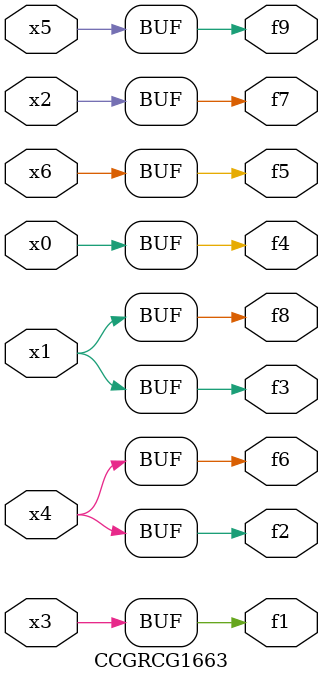
<source format=v>
module CCGRCG1663(
	input x0, x1, x2, x3, x4, x5, x6,
	output f1, f2, f3, f4, f5, f6, f7, f8, f9
);
	assign f1 = x3;
	assign f2 = x4;
	assign f3 = x1;
	assign f4 = x0;
	assign f5 = x6;
	assign f6 = x4;
	assign f7 = x2;
	assign f8 = x1;
	assign f9 = x5;
endmodule

</source>
